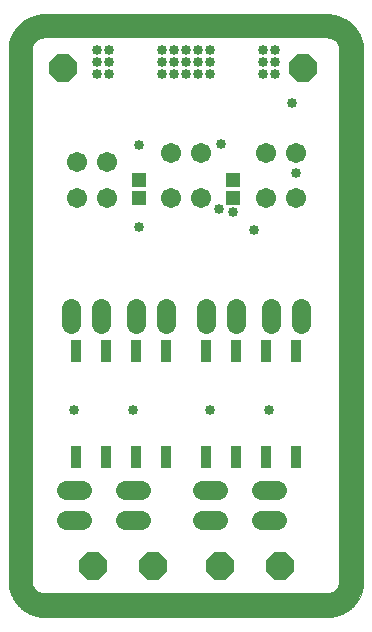
<source format=gts>
G04 EAGLE Gerber RS-274X export*
G75*
%MOMM*%
%FSLAX35Y35*%
%LPD*%
%INsolder_mask_top*%
%IPPOS*%
%AMOC8*
5,1,8,0,0,1.08239X$1,22.5*%
G01*
%ADD10C,0.000000*%
%ADD11C,2.000000*%
%ADD12R,1.203200X1.203200*%
%ADD13C,1.703200*%
%ADD14R,0.853200X1.853200*%
%ADD15C,1.574800*%
%ADD16P,2.556822X8X22.500000*%
%ADD17P,2.556822X8X202.500000*%
%ADD18C,0.853200*%


D10*
X3000000Y1700000D02*
X600000Y1700000D01*
X592751Y1700088D01*
X585506Y1700350D01*
X578270Y1700788D01*
X571046Y1701401D01*
X563839Y1702187D01*
X556653Y1703148D01*
X549493Y1704282D01*
X542362Y1705589D01*
X535265Y1707068D01*
X528205Y1708717D01*
X521188Y1710537D01*
X514216Y1712526D01*
X507295Y1714683D01*
X500428Y1717006D01*
X493619Y1719495D01*
X486872Y1722148D01*
X480191Y1724962D01*
X473580Y1727938D01*
X467043Y1731072D01*
X460583Y1734363D01*
X454205Y1737810D01*
X447912Y1741409D01*
X441708Y1745160D01*
X435596Y1749059D01*
X429581Y1753105D01*
X423664Y1757295D01*
X417851Y1761627D01*
X412144Y1766098D01*
X406547Y1770705D01*
X401063Y1775447D01*
X395695Y1780319D01*
X390447Y1785320D01*
X385320Y1790447D01*
X380319Y1795695D01*
X375447Y1801063D01*
X370705Y1806547D01*
X366098Y1812144D01*
X361627Y1817851D01*
X357295Y1823664D01*
X353105Y1829581D01*
X349059Y1835596D01*
X345160Y1841708D01*
X341409Y1847912D01*
X337810Y1854205D01*
X334363Y1860583D01*
X331072Y1867043D01*
X327938Y1873580D01*
X324962Y1880191D01*
X322148Y1886872D01*
X319495Y1893619D01*
X317006Y1900428D01*
X314683Y1907295D01*
X312526Y1914216D01*
X310537Y1921188D01*
X308717Y1928205D01*
X307068Y1935265D01*
X305589Y1942362D01*
X304282Y1949493D01*
X303148Y1956653D01*
X302187Y1963839D01*
X301401Y1971046D01*
X300788Y1978270D01*
X300350Y1985506D01*
X300088Y1992751D01*
X300000Y2000000D01*
X300000Y6500000D01*
X300088Y6507249D01*
X300350Y6514494D01*
X300788Y6521730D01*
X301401Y6528954D01*
X302187Y6536161D01*
X303148Y6543347D01*
X304282Y6550507D01*
X305589Y6557638D01*
X307068Y6564735D01*
X308717Y6571795D01*
X310537Y6578812D01*
X312526Y6585784D01*
X314683Y6592705D01*
X317006Y6599572D01*
X319495Y6606381D01*
X322148Y6613128D01*
X324962Y6619809D01*
X327938Y6626420D01*
X331072Y6632957D01*
X334363Y6639417D01*
X337810Y6645795D01*
X341409Y6652088D01*
X345160Y6658292D01*
X349059Y6664404D01*
X353105Y6670419D01*
X357295Y6676336D01*
X361627Y6682149D01*
X366098Y6687856D01*
X370705Y6693453D01*
X375447Y6698937D01*
X380319Y6704305D01*
X385320Y6709553D01*
X390447Y6714680D01*
X395695Y6719681D01*
X401063Y6724553D01*
X406547Y6729295D01*
X412144Y6733902D01*
X417851Y6738373D01*
X423664Y6742705D01*
X429581Y6746895D01*
X435596Y6750941D01*
X441708Y6754840D01*
X447912Y6758591D01*
X454205Y6762190D01*
X460583Y6765637D01*
X467043Y6768928D01*
X473580Y6772062D01*
X480191Y6775038D01*
X486872Y6777852D01*
X493619Y6780505D01*
X500428Y6782994D01*
X507295Y6785317D01*
X514216Y6787474D01*
X521188Y6789463D01*
X528205Y6791283D01*
X535265Y6792932D01*
X542362Y6794411D01*
X549493Y6795718D01*
X556653Y6796852D01*
X563839Y6797813D01*
X571046Y6798599D01*
X578270Y6799212D01*
X585506Y6799650D01*
X592751Y6799912D01*
X600000Y6800000D01*
X3000000Y6800000D01*
X3007249Y6799912D01*
X3014494Y6799650D01*
X3021730Y6799212D01*
X3028954Y6798599D01*
X3036161Y6797813D01*
X3043347Y6796852D01*
X3050507Y6795718D01*
X3057638Y6794411D01*
X3064735Y6792932D01*
X3071795Y6791283D01*
X3078812Y6789463D01*
X3085784Y6787474D01*
X3092705Y6785317D01*
X3099572Y6782994D01*
X3106381Y6780505D01*
X3113128Y6777852D01*
X3119809Y6775038D01*
X3126420Y6772062D01*
X3132957Y6768928D01*
X3139417Y6765637D01*
X3145795Y6762190D01*
X3152088Y6758591D01*
X3158292Y6754840D01*
X3164404Y6750941D01*
X3170419Y6746895D01*
X3176336Y6742705D01*
X3182149Y6738373D01*
X3187856Y6733902D01*
X3193453Y6729295D01*
X3198937Y6724553D01*
X3204305Y6719681D01*
X3209553Y6714680D01*
X3214680Y6709553D01*
X3219681Y6704305D01*
X3224553Y6698937D01*
X3229295Y6693453D01*
X3233902Y6687856D01*
X3238373Y6682149D01*
X3242705Y6676336D01*
X3246895Y6670419D01*
X3250941Y6664404D01*
X3254840Y6658292D01*
X3258591Y6652088D01*
X3262190Y6645795D01*
X3265637Y6639417D01*
X3268928Y6632957D01*
X3272062Y6626420D01*
X3275038Y6619809D01*
X3277852Y6613128D01*
X3280505Y6606381D01*
X3282994Y6599572D01*
X3285317Y6592705D01*
X3287474Y6585784D01*
X3289463Y6578812D01*
X3291283Y6571795D01*
X3292932Y6564735D01*
X3294411Y6557638D01*
X3295718Y6550507D01*
X3296852Y6543347D01*
X3297813Y6536161D01*
X3298599Y6528954D01*
X3299212Y6521730D01*
X3299650Y6514494D01*
X3299912Y6507249D01*
X3300000Y6500000D01*
X3300000Y2000000D01*
X3299912Y1992751D01*
X3299650Y1985506D01*
X3299212Y1978270D01*
X3298599Y1971046D01*
X3297813Y1963839D01*
X3296852Y1956653D01*
X3295718Y1949493D01*
X3294411Y1942362D01*
X3292932Y1935265D01*
X3291283Y1928205D01*
X3289463Y1921188D01*
X3287474Y1914216D01*
X3285317Y1907295D01*
X3282994Y1900428D01*
X3280505Y1893619D01*
X3277852Y1886872D01*
X3275038Y1880191D01*
X3272062Y1873580D01*
X3268928Y1867043D01*
X3265637Y1860583D01*
X3262190Y1854205D01*
X3258591Y1847912D01*
X3254840Y1841708D01*
X3250941Y1835596D01*
X3246895Y1829581D01*
X3242705Y1823664D01*
X3238373Y1817851D01*
X3233902Y1812144D01*
X3229295Y1806547D01*
X3224553Y1801063D01*
X3219681Y1795695D01*
X3214680Y1790447D01*
X3209553Y1785320D01*
X3204305Y1780319D01*
X3198937Y1775447D01*
X3193453Y1770705D01*
X3187856Y1766098D01*
X3182149Y1761627D01*
X3176336Y1757295D01*
X3170419Y1753105D01*
X3164404Y1749059D01*
X3158292Y1745160D01*
X3152088Y1741409D01*
X3145795Y1737810D01*
X3139417Y1734363D01*
X3132957Y1731072D01*
X3126420Y1727938D01*
X3119809Y1724962D01*
X3113128Y1722148D01*
X3106381Y1719495D01*
X3099572Y1717006D01*
X3092705Y1714683D01*
X3085784Y1712526D01*
X3078812Y1710537D01*
X3071795Y1708717D01*
X3064735Y1707068D01*
X3057638Y1705589D01*
X3050507Y1704282D01*
X3043347Y1703148D01*
X3036161Y1702187D01*
X3028954Y1701401D01*
X3021730Y1700788D01*
X3014494Y1700350D01*
X3007249Y1700088D01*
X3000000Y1700000D01*
D11*
X3000000Y6700000D02*
X600000Y6700000D01*
X3000000Y6700000D02*
X3004833Y6699942D01*
X3009663Y6699766D01*
X3014487Y6699475D01*
X3019303Y6699066D01*
X3024107Y6698542D01*
X3028898Y6697901D01*
X3033671Y6697145D01*
X3038425Y6696274D01*
X3043157Y6695288D01*
X3047863Y6694188D01*
X3052541Y6692975D01*
X3057189Y6691649D01*
X3061803Y6690211D01*
X3066382Y6688662D01*
X3070921Y6687003D01*
X3075419Y6685235D01*
X3079873Y6683358D01*
X3084280Y6681375D01*
X3088638Y6679285D01*
X3092945Y6677091D01*
X3097197Y6674794D01*
X3101392Y6672394D01*
X3105528Y6669894D01*
X3109603Y6667294D01*
X3113613Y6664597D01*
X3117557Y6661803D01*
X3121433Y6658916D01*
X3125237Y6655935D01*
X3128968Y6652863D01*
X3132625Y6649702D01*
X3136203Y6646454D01*
X3139702Y6643120D01*
X3143120Y6639702D01*
X3146454Y6636203D01*
X3149702Y6632625D01*
X3152863Y6628968D01*
X3155935Y6625237D01*
X3158916Y6621433D01*
X3161803Y6617557D01*
X3164597Y6613613D01*
X3167294Y6609603D01*
X3169894Y6605528D01*
X3172394Y6601392D01*
X3174794Y6597197D01*
X3177091Y6592945D01*
X3179285Y6588638D01*
X3181375Y6584280D01*
X3183358Y6579873D01*
X3185235Y6575419D01*
X3187003Y6570921D01*
X3188662Y6566382D01*
X3190211Y6561803D01*
X3191649Y6557189D01*
X3192975Y6552541D01*
X3194188Y6547863D01*
X3195288Y6543157D01*
X3196274Y6538425D01*
X3197145Y6533671D01*
X3197901Y6528898D01*
X3198542Y6524107D01*
X3199066Y6519303D01*
X3199475Y6514487D01*
X3199766Y6509663D01*
X3199942Y6504833D01*
X3200000Y6500000D01*
X3200000Y2000000D01*
X3199942Y1995167D01*
X3199766Y1990337D01*
X3199475Y1985513D01*
X3199066Y1980697D01*
X3198542Y1975893D01*
X3197901Y1971102D01*
X3197145Y1966329D01*
X3196274Y1961575D01*
X3195288Y1956843D01*
X3194188Y1952137D01*
X3192975Y1947459D01*
X3191649Y1942811D01*
X3190211Y1938197D01*
X3188662Y1933618D01*
X3187003Y1929079D01*
X3185235Y1924581D01*
X3183358Y1920127D01*
X3181375Y1915720D01*
X3179285Y1911362D01*
X3177091Y1907055D01*
X3174794Y1902803D01*
X3172394Y1898608D01*
X3169894Y1894472D01*
X3167294Y1890397D01*
X3164597Y1886387D01*
X3161803Y1882443D01*
X3158916Y1878567D01*
X3155935Y1874763D01*
X3152863Y1871032D01*
X3149702Y1867375D01*
X3146454Y1863797D01*
X3143120Y1860298D01*
X3139702Y1856880D01*
X3136203Y1853546D01*
X3132625Y1850298D01*
X3128968Y1847137D01*
X3125237Y1844065D01*
X3121433Y1841084D01*
X3117557Y1838197D01*
X3113613Y1835403D01*
X3109603Y1832706D01*
X3105528Y1830106D01*
X3101392Y1827606D01*
X3097197Y1825206D01*
X3092945Y1822909D01*
X3088638Y1820715D01*
X3084280Y1818625D01*
X3079873Y1816642D01*
X3075419Y1814765D01*
X3070921Y1812997D01*
X3066382Y1811338D01*
X3061803Y1809789D01*
X3057189Y1808351D01*
X3052541Y1807025D01*
X3047863Y1805812D01*
X3043157Y1804712D01*
X3038425Y1803726D01*
X3033671Y1802855D01*
X3028898Y1802099D01*
X3024107Y1801458D01*
X3019303Y1800934D01*
X3014487Y1800525D01*
X3009663Y1800234D01*
X3004833Y1800058D01*
X3000000Y1800000D01*
X600000Y1800000D01*
X595167Y1800058D01*
X590337Y1800234D01*
X585513Y1800525D01*
X580697Y1800934D01*
X575893Y1801458D01*
X571102Y1802099D01*
X566329Y1802855D01*
X561575Y1803726D01*
X556843Y1804712D01*
X552137Y1805812D01*
X547459Y1807025D01*
X542811Y1808351D01*
X538197Y1809789D01*
X533618Y1811338D01*
X529079Y1812997D01*
X524581Y1814765D01*
X520127Y1816642D01*
X515720Y1818625D01*
X511362Y1820715D01*
X507055Y1822909D01*
X502803Y1825206D01*
X498608Y1827606D01*
X494472Y1830106D01*
X490397Y1832706D01*
X486387Y1835403D01*
X482443Y1838197D01*
X478567Y1841084D01*
X474763Y1844065D01*
X471032Y1847137D01*
X467375Y1850298D01*
X463797Y1853546D01*
X460298Y1856880D01*
X456880Y1860298D01*
X453546Y1863797D01*
X450298Y1867375D01*
X447137Y1871032D01*
X444065Y1874763D01*
X441084Y1878567D01*
X438197Y1882443D01*
X435403Y1886387D01*
X432706Y1890397D01*
X430106Y1894472D01*
X427606Y1898608D01*
X425206Y1902803D01*
X422909Y1907055D01*
X420715Y1911362D01*
X418625Y1915720D01*
X416642Y1920127D01*
X414765Y1924581D01*
X412997Y1929079D01*
X411338Y1933618D01*
X409789Y1938197D01*
X408351Y1942811D01*
X407025Y1947459D01*
X405812Y1952137D01*
X404712Y1956843D01*
X403726Y1961575D01*
X402855Y1966329D01*
X402099Y1971102D01*
X401458Y1975893D01*
X400934Y1980697D01*
X400525Y1985513D01*
X400234Y1990337D01*
X400058Y1995167D01*
X400000Y2000000D01*
X400000Y6500000D01*
X400058Y6504833D01*
X400234Y6509663D01*
X400525Y6514487D01*
X400934Y6519303D01*
X401458Y6524107D01*
X402099Y6528898D01*
X402855Y6533671D01*
X403726Y6538425D01*
X404712Y6543157D01*
X405812Y6547863D01*
X407025Y6552541D01*
X408351Y6557189D01*
X409789Y6561803D01*
X411338Y6566382D01*
X412997Y6570921D01*
X414765Y6575419D01*
X416642Y6579873D01*
X418625Y6584280D01*
X420715Y6588638D01*
X422909Y6592945D01*
X425206Y6597197D01*
X427606Y6601392D01*
X430106Y6605528D01*
X432706Y6609603D01*
X435403Y6613613D01*
X438197Y6617557D01*
X441084Y6621433D01*
X444065Y6625237D01*
X447137Y6628968D01*
X450298Y6632625D01*
X453546Y6636203D01*
X456880Y6639702D01*
X460298Y6643120D01*
X463797Y6646454D01*
X467375Y6649702D01*
X471032Y6652863D01*
X474763Y6655935D01*
X478567Y6658916D01*
X482443Y6661803D01*
X486387Y6664597D01*
X490397Y6667294D01*
X494472Y6669894D01*
X498608Y6672394D01*
X502803Y6674794D01*
X507055Y6677091D01*
X511362Y6679285D01*
X515720Y6681375D01*
X520127Y6683358D01*
X524581Y6685235D01*
X529079Y6687003D01*
X533618Y6688662D01*
X538197Y6690211D01*
X542811Y6691649D01*
X547459Y6692975D01*
X552137Y6694188D01*
X556843Y6695288D01*
X561575Y6696274D01*
X566329Y6697145D01*
X571102Y6697901D01*
X575893Y6698542D01*
X580697Y6699066D01*
X585513Y6699475D01*
X590337Y6699766D01*
X595167Y6699942D01*
X600000Y6700000D01*
D12*
X2200000Y5400000D03*
X2200000Y5250000D03*
X1400000Y5250000D03*
X1400000Y5400000D03*
D13*
X1673000Y5624000D03*
X1927000Y5624000D03*
X1673000Y5250000D03*
X1927000Y5250000D03*
X873000Y5250000D03*
X1127000Y5250000D03*
X2473000Y5250000D03*
X2727000Y5250000D03*
X1127000Y5550000D03*
X873000Y5550000D03*
D14*
X869000Y3056000D03*
X1123000Y3056000D03*
X1377000Y3056000D03*
X1377000Y3948000D03*
X1123000Y3948000D03*
X869000Y3948000D03*
X1631000Y3948000D03*
X1631000Y3056000D03*
X1969000Y3056000D03*
X2223000Y3056000D03*
X2477000Y3056000D03*
X2477000Y3948000D03*
X2223000Y3948000D03*
X1969000Y3948000D03*
X2731000Y3948000D03*
X2731000Y3056000D03*
D15*
X918580Y2523000D02*
X781420Y2523000D01*
X781420Y2777000D02*
X918580Y2777000D01*
X1281420Y2523000D02*
X1418580Y2523000D01*
X1418580Y2777000D02*
X1281420Y2777000D01*
X1931420Y2523000D02*
X2068580Y2523000D01*
X2068580Y2777000D02*
X1931420Y2777000D01*
X2431420Y2523000D02*
X2568580Y2523000D01*
X2568580Y2777000D02*
X2431420Y2777000D01*
X2227000Y4181420D02*
X2227000Y4318580D01*
X1973000Y4318580D02*
X1973000Y4181420D01*
X2777000Y4181420D02*
X2777000Y4318580D01*
X2523000Y4318580D02*
X2523000Y4181420D01*
X1627000Y4181420D02*
X1627000Y4318580D01*
X1373000Y4318580D02*
X1373000Y4181420D01*
X1077000Y4181420D02*
X1077000Y4318580D01*
X823000Y4318580D02*
X823000Y4181420D01*
D13*
X2473000Y5624000D03*
X2727000Y5624000D03*
D16*
X2794000Y6350000D03*
X762000Y6350000D03*
D17*
X2594000Y2132000D03*
X2086000Y2132000D03*
X1016000Y2132000D03*
X1524000Y2132000D03*
D18*
X2375000Y4975000D03*
X1800000Y6400000D03*
X1900000Y6400000D03*
X1700000Y6400000D03*
X1800000Y6500000D03*
X1800000Y6300000D03*
X1900000Y6500000D03*
X2000000Y6500000D03*
X2000000Y6400000D03*
X2000000Y6300000D03*
X1900000Y6300000D03*
X1700000Y6300000D03*
X1700000Y6500000D03*
X1600000Y6500000D03*
X1600000Y6400000D03*
X1600000Y6300000D03*
X2550000Y6400000D03*
X2550000Y6500000D03*
X2450000Y6500000D03*
X2450000Y6400000D03*
X2450000Y6300000D03*
X2550000Y6300000D03*
X2700000Y6050000D03*
X1050000Y6400000D03*
X1050000Y6500000D03*
X1150000Y6500000D03*
X1150000Y6400000D03*
X1050000Y6300000D03*
X1150000Y6300000D03*
X1673000Y5249000D03*
X1400000Y5695000D03*
X2100000Y5700000D03*
X1400000Y5000000D03*
X2730000Y5455000D03*
X2200000Y5125000D03*
X1400000Y5250000D03*
X1927000Y5250000D03*
X2500000Y3450000D03*
X1350000Y3450000D03*
X2075000Y5150000D03*
X850000Y3450000D03*
X2000000Y3450000D03*
M02*

</source>
